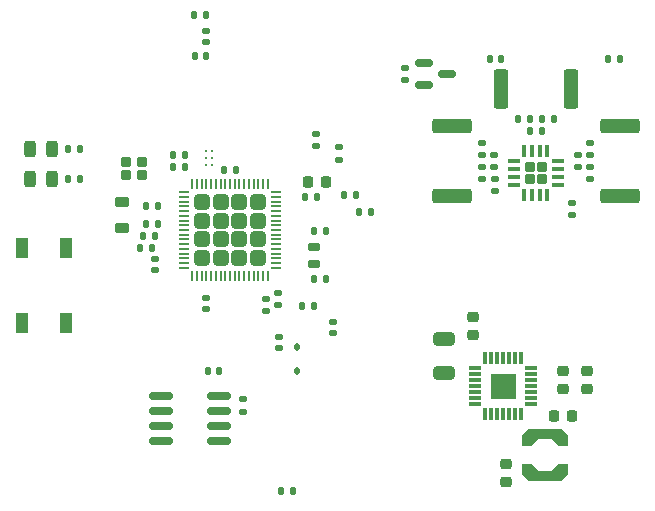
<source format=gtp>
G04 #@! TF.GenerationSoftware,KiCad,Pcbnew,9.0.5*
G04 #@! TF.CreationDate,2025-12-05T09:09:27+01:00*
G04 #@! TF.ProjectId,PCB Main,50434220-4d61-4696-9e2e-6b696361645f,rev?*
G04 #@! TF.SameCoordinates,Original*
G04 #@! TF.FileFunction,Paste,Top*
G04 #@! TF.FilePolarity,Positive*
%FSLAX46Y46*%
G04 Gerber Fmt 4.6, Leading zero omitted, Abs format (unit mm)*
G04 Created by KiCad (PCBNEW 9.0.5) date 2025-12-05 09:09:27*
%MOMM*%
%LPD*%
G01*
G04 APERTURE LIST*
G04 Aperture macros list*
%AMRoundRect*
0 Rectangle with rounded corners*
0 $1 Rounding radius*
0 $2 $3 $4 $5 $6 $7 $8 $9 X,Y pos of 4 corners*
0 Add a 4 corners polygon primitive as box body*
4,1,4,$2,$3,$4,$5,$6,$7,$8,$9,$2,$3,0*
0 Add four circle primitives for the rounded corners*
1,1,$1+$1,$2,$3*
1,1,$1+$1,$4,$5*
1,1,$1+$1,$6,$7*
1,1,$1+$1,$8,$9*
0 Add four rect primitives between the rounded corners*
20,1,$1+$1,$2,$3,$4,$5,0*
20,1,$1+$1,$4,$5,$6,$7,0*
20,1,$1+$1,$6,$7,$8,$9,0*
20,1,$1+$1,$8,$9,$2,$3,0*%
%AMFreePoly0*
4,1,11,1.015000,1.170000,0.435000,0.575000,0.435000,-0.575000,1.015000,-1.170000,1.015000,-1.945000,0.125000,-1.945000,-0.435000,-1.395000,-0.435000,1.395000,0.125000,1.945000,1.015000,1.945000,1.015000,1.170000,1.015000,1.170000,$1*%
%AMFreePoly1*
4,1,11,0.435000,1.395000,0.435000,-1.395000,-0.125000,-1.945000,-1.015000,-1.945000,-1.015000,-1.170000,-0.435000,-0.575000,-0.435000,0.575000,-1.015000,1.170000,-1.015000,1.945000,-0.125000,1.945000,0.435000,1.395000,0.435000,1.395000,$1*%
G04 Aperture macros list end*
%ADD10C,0.010000*%
%ADD11RoundRect,0.140000X0.140000X0.170000X-0.140000X0.170000X-0.140000X-0.170000X0.140000X-0.170000X0*%
%ADD12FreePoly0,270.000000*%
%ADD13FreePoly1,270.000000*%
%ADD14RoundRect,0.147500X0.172500X-0.147500X0.172500X0.147500X-0.172500X0.147500X-0.172500X-0.147500X0*%
%ADD15RoundRect,0.140000X-0.170000X0.140000X-0.170000X-0.140000X0.170000X-0.140000X0.170000X0.140000X0*%
%ADD16RoundRect,0.135000X0.135000X0.185000X-0.135000X0.185000X-0.135000X-0.185000X0.135000X-0.185000X0*%
%ADD17RoundRect,0.225000X-0.225000X-0.250000X0.225000X-0.250000X0.225000X0.250000X-0.225000X0.250000X0*%
%ADD18RoundRect,0.218750X0.218750X0.256250X-0.218750X0.256250X-0.218750X-0.256250X0.218750X-0.256250X0*%
%ADD19RoundRect,0.140000X-0.140000X-0.170000X0.140000X-0.170000X0.140000X0.170000X-0.140000X0.170000X0*%
%ADD20RoundRect,0.150000X0.400000X-0.150000X0.400000X0.150000X-0.400000X0.150000X-0.400000X-0.150000X0*%
%ADD21RoundRect,0.140000X0.170000X-0.140000X0.170000X0.140000X-0.170000X0.140000X-0.170000X-0.140000X0*%
%ADD22RoundRect,0.135000X-0.135000X-0.185000X0.135000X-0.185000X0.135000X0.185000X-0.135000X0.185000X0*%
%ADD23RoundRect,0.147500X-0.147500X-0.172500X0.147500X-0.172500X0.147500X0.172500X-0.147500X0.172500X0*%
%ADD24RoundRect,0.225000X-0.250000X0.225000X-0.250000X-0.225000X0.250000X-0.225000X0.250000X0.225000X0*%
%ADD25RoundRect,0.150000X-0.587500X-0.150000X0.587500X-0.150000X0.587500X0.150000X-0.587500X0.150000X0*%
%ADD26RoundRect,0.250000X1.425000X-0.362500X1.425000X0.362500X-1.425000X0.362500X-1.425000X-0.362500X0*%
%ADD27RoundRect,0.135000X0.185000X-0.135000X0.185000X0.135000X-0.185000X0.135000X-0.185000X-0.135000X0*%
%ADD28RoundRect,0.250000X-0.362500X-1.425000X0.362500X-1.425000X0.362500X1.425000X-0.362500X1.425000X0*%
%ADD29RoundRect,0.135000X-0.185000X0.135000X-0.185000X-0.135000X0.185000X-0.135000X0.185000X0.135000X0*%
%ADD30RoundRect,0.249999X0.395001X0.395001X-0.395001X0.395001X-0.395001X-0.395001X0.395001X-0.395001X0*%
%ADD31RoundRect,0.062500X0.400000X0.062500X-0.400000X0.062500X-0.400000X-0.062500X0.400000X-0.062500X0*%
%ADD32RoundRect,0.062500X0.062500X0.400000X-0.062500X0.400000X-0.062500X-0.400000X0.062500X-0.400000X0*%
%ADD33R,0.200000X0.200000*%
%ADD34RoundRect,0.033750X0.471250X0.101250X-0.471250X0.101250X-0.471250X-0.101250X0.471250X-0.101250X0*%
%ADD35RoundRect,0.033750X0.101250X0.471250X-0.101250X0.471250X-0.101250X-0.471250X0.101250X-0.471250X0*%
%ADD36RoundRect,0.250000X-1.425000X0.362500X-1.425000X-0.362500X1.425000X-0.362500X1.425000X0.362500X0*%
%ADD37RoundRect,0.218750X-0.381250X0.218750X-0.381250X-0.218750X0.381250X-0.218750X0.381250X0.218750X0*%
%ADD38RoundRect,0.200000X-0.250000X-0.200000X0.250000X-0.200000X0.250000X0.200000X-0.250000X0.200000X0*%
%ADD39RoundRect,0.150000X-0.825000X-0.150000X0.825000X-0.150000X0.825000X0.150000X-0.825000X0.150000X0*%
%ADD40RoundRect,0.243750X-0.243750X-0.456250X0.243750X-0.456250X0.243750X0.456250X-0.243750X0.456250X0*%
%ADD41RoundRect,0.112500X0.112500X-0.187500X0.112500X0.187500X-0.112500X0.187500X-0.112500X-0.187500X0*%
%ADD42RoundRect,0.218750X-0.256250X0.218750X-0.256250X-0.218750X0.256250X-0.218750X0.256250X0.218750X0*%
%ADD43R,1.000000X1.700000*%
%ADD44RoundRect,0.212500X-0.212500X-0.212500X0.212500X-0.212500X0.212500X0.212500X-0.212500X0.212500X0*%
%ADD45RoundRect,0.087500X-0.425000X-0.087500X0.425000X-0.087500X0.425000X0.087500X-0.425000X0.087500X0*%
%ADD46RoundRect,0.087500X-0.087500X-0.425000X0.087500X-0.425000X0.087500X0.425000X-0.087500X0.425000X0*%
%ADD47RoundRect,0.250000X0.650000X-0.325000X0.650000X0.325000X-0.650000X0.325000X-0.650000X-0.325000X0*%
G04 APERTURE END LIST*
D10*
X59432657Y-55513424D02*
X57432657Y-55513424D01*
X57432657Y-53513424D01*
X59432657Y-53513424D01*
X59432657Y-55513424D01*
G36*
X59432657Y-55513424D02*
G01*
X57432657Y-55513424D01*
X57432657Y-53513424D01*
X59432657Y-53513424D01*
X59432657Y-55513424D01*
G37*
D11*
X35798657Y-36225424D03*
X34838657Y-36225424D03*
D12*
X61988657Y-58590424D03*
D13*
X61988657Y-62120424D03*
D14*
X33286657Y-25407424D03*
X33286657Y-24437424D03*
D15*
X44048552Y-49053438D03*
X44048552Y-50013438D03*
D16*
X22620657Y-34447424D03*
X21600657Y-34447424D03*
D17*
X62737657Y-57053424D03*
X64287657Y-57053424D03*
D18*
X43472157Y-37241424D03*
X41897157Y-37241424D03*
D19*
X28234657Y-39273424D03*
X29194657Y-39273424D03*
D20*
X42430657Y-44164424D03*
X42430657Y-42764424D03*
D21*
X64782657Y-35943424D03*
X64782657Y-34983424D03*
D22*
X46238657Y-39781424D03*
X47258657Y-39781424D03*
D23*
X28229657Y-40797424D03*
X29199657Y-40797424D03*
D24*
X65544657Y-53230424D03*
X65544657Y-54780424D03*
D16*
X45988657Y-38384424D03*
X44968657Y-38384424D03*
D25*
X51780157Y-27147424D03*
X51780157Y-29047424D03*
X53655157Y-28097424D03*
D26*
X54114657Y-38425924D03*
X54114657Y-32500924D03*
D21*
X28968657Y-44706424D03*
X28968657Y-43746424D03*
X39509657Y-51310424D03*
X39509657Y-50350424D03*
D27*
X65798657Y-34957424D03*
X65798657Y-33937424D03*
D15*
X57797657Y-37015424D03*
X57797657Y-37975424D03*
D19*
X30520657Y-35971424D03*
X31480657Y-35971424D03*
D22*
X61732657Y-31907424D03*
X62752657Y-31907424D03*
D28*
X58264157Y-29367424D03*
X64189157Y-29367424D03*
D19*
X27980657Y-41813424D03*
X28940657Y-41813424D03*
D21*
X39382657Y-47627424D03*
X39382657Y-46667424D03*
D15*
X57670657Y-34983424D03*
X57670657Y-35943424D03*
D16*
X60720657Y-31907424D03*
X59700657Y-31907424D03*
D11*
X43418657Y-45496424D03*
X42458657Y-45496424D03*
D27*
X56654657Y-34957424D03*
X56654657Y-33937424D03*
D29*
X56654657Y-35969424D03*
X56654657Y-36989424D03*
X44589657Y-34318424D03*
X44589657Y-35338424D03*
D30*
X37718657Y-43705424D03*
X37718657Y-42105424D03*
X37718657Y-40505424D03*
X37718657Y-38905424D03*
X36118657Y-43705424D03*
X36118657Y-42105424D03*
X36118657Y-40505424D03*
X36118657Y-38905424D03*
X34518657Y-43705424D03*
X34518657Y-42105424D03*
X34518657Y-40505424D03*
X34518657Y-38905424D03*
X32918657Y-43705424D03*
X32918657Y-42105424D03*
X32918657Y-40505424D03*
X32918657Y-38905424D03*
D31*
X39206157Y-44505424D03*
X39206157Y-44105424D03*
X39206157Y-43705424D03*
X39206157Y-43305424D03*
X39206157Y-42905424D03*
X39206157Y-42505424D03*
X39206157Y-42105424D03*
X39206157Y-41705424D03*
X39206157Y-41305424D03*
X39206157Y-40905424D03*
X39206157Y-40505424D03*
X39206157Y-40105424D03*
X39206157Y-39705424D03*
X39206157Y-39305424D03*
X39206157Y-38905424D03*
X39206157Y-38505424D03*
X39206157Y-38105424D03*
D32*
X38518657Y-37417924D03*
X38118657Y-37417924D03*
X37718657Y-37417924D03*
X37318657Y-37417924D03*
X36918657Y-37417924D03*
X36518657Y-37417924D03*
X36118657Y-37417924D03*
X35718657Y-37417924D03*
X35318657Y-37417924D03*
X34918657Y-37417924D03*
X34518657Y-37417924D03*
X34118657Y-37417924D03*
X33718657Y-37417924D03*
X33318657Y-37417924D03*
X32918657Y-37417924D03*
X32518657Y-37417924D03*
X32118657Y-37417924D03*
D31*
X31431157Y-38105424D03*
X31431157Y-38505424D03*
X31431157Y-38905424D03*
X31431157Y-39305424D03*
X31431157Y-39705424D03*
X31431157Y-40105424D03*
X31431157Y-40505424D03*
X31431157Y-40905424D03*
X31431157Y-41305424D03*
X31431157Y-41705424D03*
X31431157Y-42105424D03*
X31431157Y-42505424D03*
X31431157Y-42905424D03*
X31431157Y-43305424D03*
X31431157Y-43705424D03*
X31431157Y-44105424D03*
X31431157Y-44505424D03*
D32*
X32118657Y-45192924D03*
X32518657Y-45192924D03*
X32918657Y-45192924D03*
X33318657Y-45192924D03*
X33718657Y-45192924D03*
X34118657Y-45192924D03*
X34518657Y-45192924D03*
X34918657Y-45192924D03*
X35318657Y-45192924D03*
X35718657Y-45192924D03*
X36118657Y-45192924D03*
X36518657Y-45192924D03*
X36918657Y-45192924D03*
X37318657Y-45192924D03*
X37718657Y-45192924D03*
X38118657Y-45192924D03*
X38518657Y-45192924D03*
D11*
X42656657Y-38511424D03*
X41696657Y-38511424D03*
D33*
X33822657Y-35775424D03*
X33822657Y-35188424D03*
X33822657Y-34601424D03*
X33322657Y-35188424D03*
X33322657Y-35775424D03*
X33322657Y-34601424D03*
D19*
X27726657Y-42829424D03*
X28686657Y-42829424D03*
D29*
X65798657Y-35969424D03*
X65798657Y-36989424D03*
D34*
X60792657Y-56013424D03*
X60792657Y-55513424D03*
X60792657Y-55013424D03*
X60792657Y-54513424D03*
X60792657Y-54013424D03*
X60792657Y-53513424D03*
X60792657Y-53013424D03*
D35*
X59932657Y-52153424D03*
X59432657Y-52153424D03*
X58932657Y-52153424D03*
X58432657Y-52153424D03*
X57932657Y-52153424D03*
X57432657Y-52153424D03*
X56932657Y-52153424D03*
D34*
X56072657Y-53013424D03*
X56072657Y-53513424D03*
X56072657Y-54013424D03*
X56072657Y-54513424D03*
X56072657Y-55013424D03*
X56072657Y-55513424D03*
X56072657Y-56013424D03*
D35*
X56932657Y-56873424D03*
X57432657Y-56873424D03*
X57932657Y-56873424D03*
X58432657Y-56873424D03*
X58932657Y-56873424D03*
X59432657Y-56873424D03*
X59932657Y-56873424D03*
D11*
X61706657Y-32923424D03*
X60746657Y-32923424D03*
X34401657Y-53243424D03*
X33441657Y-53243424D03*
D19*
X32298657Y-23144424D03*
X33258657Y-23144424D03*
D21*
X33286657Y-48008424D03*
X33286657Y-47048424D03*
D16*
X42432657Y-47782424D03*
X41412657Y-47782424D03*
D36*
X68338657Y-32500924D03*
X68338657Y-38425924D03*
D27*
X64274657Y-40037424D03*
X64274657Y-39017424D03*
D19*
X67350657Y-26827424D03*
X68310657Y-26827424D03*
D37*
X26174657Y-38972924D03*
X26174657Y-41097924D03*
D11*
X43418657Y-41432424D03*
X42458657Y-41432424D03*
D38*
X26490657Y-36648424D03*
X27890657Y-36648424D03*
X27890657Y-35548424D03*
X26490657Y-35548424D03*
D27*
X36461657Y-56674424D03*
X36461657Y-55654424D03*
D19*
X32362657Y-26573424D03*
X33322657Y-26573424D03*
D39*
X29476657Y-55402424D03*
X29476657Y-56672424D03*
X29476657Y-57942424D03*
X29476657Y-59212424D03*
X34426657Y-59212424D03*
X34426657Y-57942424D03*
X34426657Y-56672424D03*
X34426657Y-55402424D03*
D19*
X39664657Y-63403424D03*
X40624657Y-63403424D03*
D27*
X50177657Y-28607424D03*
X50177657Y-27587424D03*
D19*
X30520657Y-34955424D03*
X31480657Y-34955424D03*
D40*
X18379157Y-36987424D03*
X20254157Y-36987424D03*
D41*
X41033657Y-53277424D03*
X41033657Y-51177424D03*
D19*
X57317657Y-26827424D03*
X58277657Y-26827424D03*
D42*
X63512657Y-53217924D03*
X63512657Y-54792924D03*
D24*
X55892657Y-48658424D03*
X55892657Y-50208424D03*
D40*
X18379157Y-34447424D03*
X20254157Y-34447424D03*
D16*
X22620657Y-36987424D03*
X21600657Y-36987424D03*
D43*
X17670657Y-49154424D03*
X17670657Y-42854424D03*
X21470657Y-49154424D03*
X21470657Y-42854424D03*
D29*
X42630657Y-33141424D03*
X42630657Y-34161424D03*
D24*
X58686657Y-61104424D03*
X58686657Y-62654424D03*
D21*
X38366657Y-48135424D03*
X38366657Y-47175424D03*
D44*
X60701657Y-35954424D03*
X60701657Y-37004424D03*
X61751657Y-35954424D03*
X61751657Y-37004424D03*
D45*
X59364157Y-35504424D03*
X59364157Y-36154424D03*
X59364157Y-36804424D03*
X59364157Y-37454424D03*
D46*
X60251657Y-38341924D03*
X60901657Y-38341924D03*
X61551657Y-38341924D03*
X62201657Y-38341924D03*
D45*
X63089157Y-37454424D03*
X63089157Y-36804424D03*
X63089157Y-36154424D03*
X63089157Y-35504424D03*
D46*
X62201657Y-34616924D03*
X61551657Y-34616924D03*
X60901657Y-34616924D03*
X60251657Y-34616924D03*
D47*
X53479657Y-53448424D03*
X53479657Y-50498424D03*
M02*

</source>
